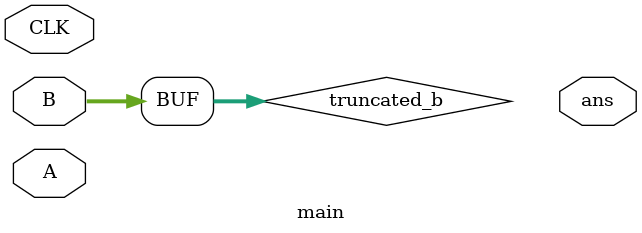
<source format=v>
`timescale 1ns / 1ps

// 16 / 8

module main(
 input [15:0] A,
 input [7:0] B,
 input CLK,
 output reg [7:0] ans
);
    
wire [3:0] lod_a;
wire [2:0] lod_b;
wire [3:0] lod_net;
wire [15:0] truncated_a;
wire [7:0] truncated_b; 

// a
assign truncated_a = A&(16'b1111111100000000);
// ea
p_encode_16to4 leadA(A, lod_a);


// b
assign truncated_b = B;
// eb
p_encode_8to3 leadB(B, lod_b);

// ea-eb
assign lod_net = lod_a - lod_b;


endmodule

</source>
